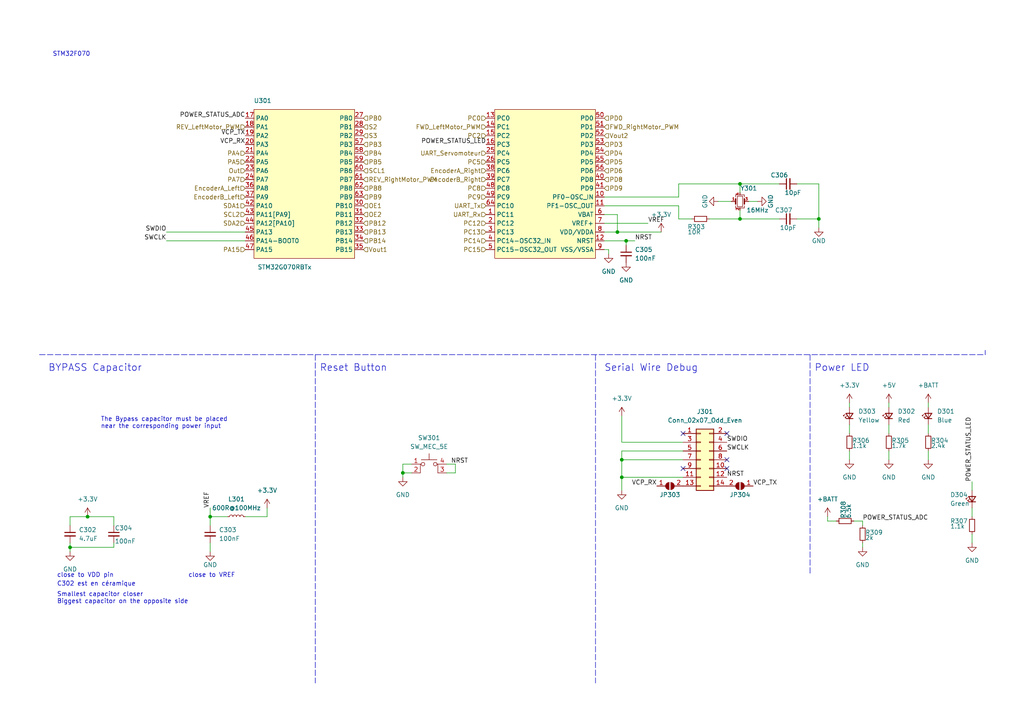
<source format=kicad_sch>
(kicad_sch (version 20211123) (generator eeschema)
  (paper "A4")
  (lib_symbols
    (symbol "Connector_Generic:Conn_02x07_Odd_Even" (pin_names (offset 1.016) hide)
      (property "Reference" "J" (at 1.27 10.16 0))
      (property "Value" "Conn_02x07_Odd_Even" (at 1.27 -10.16 0))
      (symbol "Conn_02x07_Odd_Even_1_1"
        (rectangle (start -1.27 -7.493) (end 0 -7.747) (stroke (width 0.1524)))
        (rectangle (start -1.27 -4.953) (end 0 -5.207) (stroke (width 0.1524)))
        (rectangle (start -1.27 -2.413) (end 0 -2.667) (stroke (width 0.1524)))
        (rectangle (start -1.27 0.127) (end 0 -0.127) (stroke (width 0.1524)))
        (rectangle (start -1.27 2.667) (end 0 2.413) (stroke (width 0.1524)))
        (rectangle (start -1.27 5.207) (end 0 4.953) (stroke (width 0.1524)))
        (rectangle (start -1.27 7.747) (end 0 7.493) (stroke (width 0.1524)))
        (rectangle (start -1.27 8.89) (end 3.81 -8.89) (stroke (width 0.254)) (fill (type background)))
        (rectangle (start 3.81 -7.493) (end 2.54 -7.747) (stroke (width 0.1524)))
        (rectangle (start 3.81 -4.953) (end 2.54 -5.207) (stroke (width 0.1524)))
        (rectangle (start 3.81 -2.413) (end 2.54 -2.667) (stroke (width 0.1524)))
        (rectangle (start 3.81 0.127) (end 2.54 -0.127) (stroke (width 0.1524)))
        (rectangle (start 3.81 2.667) (end 2.54 2.413) (stroke (width 0.1524)))
        (rectangle (start 3.81 5.207) (end 2.54 4.953) (stroke (width 0.1524)))
        (rectangle (start 3.81 7.747) (end 2.54 7.493) (stroke (width 0.1524)))
        (pin passive line (at -5.08 7.62 0) (length 3.81) (name "Pin_1") (number "1"))
        (pin passive line (at 7.62 -2.54 180) (length 3.81) (name "Pin_10") (number "10"))
        (pin passive line (at -5.08 -5.08 0) (length 3.81) (name "Pin_11") (number "11"))
        (pin passive line (at 7.62 -5.08 180) (length 3.81) (name "Pin_12") (number "12"))
        (pin passive line (at -5.08 -7.62 0) (length 3.81) (name "Pin_13") (number "13"))
        (pin passive line (at 7.62 -7.62 180) (length 3.81) (name "Pin_14") (number "14"))
        (pin passive line (at 7.62 7.62 180) (length 3.81) (name "Pin_2") (number "2"))
        (pin passive line (at -5.08 5.08 0) (length 3.81) (name "Pin_3") (number "3"))
        (pin passive line (at 7.62 5.08 180) (length 3.81) (name "Pin_4") (number "4"))
        (pin passive line (at -5.08 2.54 0) (length 3.81) (name "Pin_5") (number "5"))
        (pin passive line (at 7.62 2.54 180) (length 3.81) (name "Pin_6") (number "6"))
        (pin passive line (at -5.08 0 0) (length 3.81) (name "Pin_7") (number "7"))
        (pin passive line (at 7.62 0 180) (length 3.81) (name "Pin_8") (number "8"))
        (pin passive line (at -5.08 -2.54 0) (length 3.81) (name "Pin_9") (number "9"))
      )
    )
    (symbol "Device:C_Small" (pin_numbers hide) (pin_names (offset 0.254) hide)
      (property "Reference" "C" (at 0.254 1.778 0))
      (property "Value" "C_Small" (at 0.254 -2.032 0))
      (symbol "C_Small_0_1"
        (polyline (pts (xy -1.524 -0.508) (xy 1.524 -0.508)) (stroke (width 0.3302)))
        (polyline (pts (xy -1.524 0.508) (xy 1.524 0.508)) (stroke (width 0.3048)))
      )
      (symbol "C_Small_1_1"
        (pin passive line (at 0 2.54 270) (length 2.032) (name "~") (number "1"))
        (pin passive line (at 0 -2.54 90) (length 2.032) (name "~") (number "2"))
      )
    )
    (symbol "Device:Crystal_GND24_Small" (pin_names (offset 1.016) hide)
      (property "Reference" "Y" (at 1.27 4.445 0))
      (property "Value" "Crystal_GND24_Small" (at 1.27 2.54 0))
      (symbol "Crystal_GND24_Small_0_1"
        (rectangle (start -0.762 -1.524) (end 0.762 1.524))
        (polyline (pts (xy -1.27 -0.762) (xy -1.27 0.762)) (stroke (width 0.381)))
        (polyline (pts (xy 1.27 -0.762) (xy 1.27 0.762)) (stroke (width 0.381)))
        (polyline (pts (xy -1.27 -1.27) (xy -1.27 -1.905) (xy 1.27 -1.905) (xy 1.27 -1.27)))
        (polyline (pts (xy -1.27 1.27) (xy -1.27 1.905) (xy 1.27 1.905) (xy 1.27 1.27)))
      )
      (symbol "Crystal_GND24_Small_1_1"
        (pin passive line (at -2.54 0 0) (length 1.27) (name "1") (number "1"))
        (pin passive line (at 0 -2.54 90) (length 0.635) (name "2") (number "2"))
        (pin passive line (at 2.54 0 180) (length 1.27) (name "3") (number "3"))
        (pin passive line (at 0 2.54 270) (length 0.635) (name "4") (number "4"))
      )
    )
    (symbol "Device:LED_Small" (pin_numbers hide) (pin_names (offset 0.254) hide)
      (property "Reference" "D" (at -1.27 3.175 0))
      (property "Value" "LED_Small" (at -4.445 -2.54 0))
      (symbol "LED_Small_0_1"
        (polyline (pts (xy -0.762 -1.016) (xy -0.762 1.016)) (stroke (width 0.254)))
        (polyline (pts (xy 1.016 0) (xy -0.762 0)))
        (polyline (pts (xy 0.762 -1.016) (xy -0.762 0) (xy 0.762 1.016) (xy 0.762 -1.016)) (stroke (width 0.254)))
        (polyline (pts (xy 0 0.762) (xy -0.508 1.27) (xy -0.254 1.27) (xy -0.508 1.27) (xy -0.508 1.016)))
        (polyline (pts (xy 0.508 1.27) (xy 0 1.778) (xy 0.254 1.778) (xy 0 1.778) (xy 0 1.524)))
      )
      (symbol "LED_Small_1_1"
        (pin passive line (at -2.54 0 0) (length 1.778) (name "K") (number "1"))
        (pin passive line (at 2.54 0 180) (length 1.778) (name "A") (number "2"))
      )
    )
    (symbol "Device:L_Small" (pin_numbers hide) (pin_names (offset 0.254) hide)
      (property "Reference" "L" (at 0.762 1.016 0))
      (property "Value" "L_Small" (at 0.762 -1.016 0))
      (symbol "L_Small_0_1"
        (arc (start 0 -2.032) (mid 0.508 -1.524) (end 0 -1.016))
        (arc (start 0 -1.016) (mid 0.508 -0.508) (end 0 0))
        (arc (start 0 0) (mid 0.508 0.508) (end 0 1.016))
        (arc (start 0 1.016) (mid 0.508 1.524) (end 0 2.032))
      )
      (symbol "L_Small_1_1"
        (pin passive line (at 0 2.54 270) (length 0.508) (name "~") (number "1"))
        (pin passive line (at 0 -2.54 90) (length 0.508) (name "~") (number "2"))
      )
    )
    (symbol "Device:R_Small" (pin_numbers hide) (pin_names (offset 0.254) hide)
      (property "Reference" "R" (at 0.762 0.508 0))
      (property "Value" "R_Small" (at 0.762 -1.016 0))
      (symbol "R_Small_0_1"
        (rectangle (start -0.762 1.778) (end 0.762 -1.778) (stroke (width 0.2032)))
      )
      (symbol "R_Small_1_1"
        (pin passive line (at 0 2.54 270) (length 0.762) (name "~") (number "1"))
        (pin passive line (at 0 -2.54 90) (length 0.762) (name "~") (number "2"))
      )
    )
    (symbol "Jumper:SolderJumper_2_Open" (pin_names (offset 0) hide)
      (property "Reference" "JP" (at 0 2.032 0))
      (property "Value" "SolderJumper_2_Open" (at 0 -2.54 0))
      (symbol "SolderJumper_2_Open_0_1"
        (arc (start -0.254 1.016) (mid -1.27 0) (end -0.254 -1.016))
        (arc (start -0.254 1.016) (mid -1.27 0) (end -0.254 -1.016) (fill (type outline)))
        (polyline (pts (xy -0.254 1.016) (xy -0.254 -1.016)))
        (polyline (pts (xy 0.254 1.016) (xy 0.254 -1.016)))
        (arc (start 0.254 -1.016) (mid 1.27 0) (end 0.254 1.016))
        (arc (start 0.254 -1.016) (mid 1.27 0) (end 0.254 1.016) (fill (type outline)))
      )
      (symbol "SolderJumper_2_Open_1_1"
        (pin passive line (at -3.81 0 0) (length 2.54) (name "A") (number "1"))
        (pin passive line (at 3.81 0 180) (length 2.54) (name "B") (number "2"))
      )
    )
    (symbol "STM32G070RBTx:STM32G070RBTx"
      (property "Reference" "U" (at -48.26 22.86 0))
      (property "Value" "STM32G070RBTx" (at -41.91 -25.4 0))
      (symbol "STM32G070RBTx_0_1"
        (rectangle (start -49.53 20.32) (end -20.32 -22.86) (fill (type background)))
        (rectangle (start 20.32 20.32) (end 49.53 -22.86) (fill (type background)))
      )
      (symbol "STM32G070RBTx_1_1"
        (pin bidirectional line (at 17.78 -10.16 0) (length 2.54) (name "PC11") (number "1"))
        (pin bidirectional line (at 52.07 -5.08 180) (length 2.54) (name "PF0-OSC_IN") (number "10"))
        (pin bidirectional line (at 52.07 -7.62 180) (length 2.54) (name "PF1-OSC_OUT") (number "11"))
        (pin bidirectional line (at 52.07 -17.78 180) (length 2.54) (name "NRST") (number "12"))
        (pin bidirectional line (at 17.78 17.78 0) (length 2.54) (name "PC0") (number "13"))
        (pin bidirectional line (at 17.78 15.24 0) (length 2.54) (name "PC1") (number "14"))
        (pin bidirectional line (at 17.78 12.7 0) (length 2.54) (name "PC2") (number "15"))
        (pin bidirectional line (at 17.78 10.16 0) (length 2.54) (name "PC3") (number "16"))
        (pin bidirectional line (at -52.07 17.78 0) (length 2.54) (name "PA0") (number "17"))
        (pin bidirectional line (at -52.07 15.24 0) (length 2.54) (name "PA1") (number "18"))
        (pin bidirectional line (at -52.07 12.7 0) (length 2.54) (name "PA2") (number "19"))
        (pin bidirectional line (at 17.78 -12.7 0) (length 2.54) (name "PC12") (number "2"))
        (pin bidirectional line (at -52.07 10.16 0) (length 2.54) (name "PA3") (number "20"))
        (pin bidirectional line (at -52.07 7.62 0) (length 2.54) (name "PA4") (number "21"))
        (pin bidirectional line (at -52.07 5.08 0) (length 2.54) (name "PA5") (number "22"))
        (pin bidirectional line (at -52.07 2.54 0) (length 2.54) (name "PA6") (number "23"))
        (pin bidirectional line (at -52.07 0 0) (length 2.54) (name "PA7") (number "24"))
        (pin bidirectional line (at 17.78 7.62 0) (length 2.54) (name "PC4") (number "25"))
        (pin bidirectional line (at 17.78 5.08 0) (length 2.54) (name "PC5") (number "26"))
        (pin bidirectional line (at -17.78 17.78 180) (length 2.54) (name "PB0") (number "27"))
        (pin bidirectional line (at -17.78 15.24 180) (length 2.54) (name "PB1") (number "28"))
        (pin bidirectional line (at -17.78 12.7 180) (length 2.54) (name "PB2") (number "29"))
        (pin bidirectional line (at 17.78 -15.24 0) (length 2.54) (name "PC13") (number "3"))
        (pin bidirectional line (at -17.78 -7.62 180) (length 2.54) (name "PB10") (number "30"))
        (pin bidirectional line (at -17.78 -10.16 180) (length 2.54) (name "PB11") (number "31"))
        (pin bidirectional line (at -17.78 -12.7 180) (length 2.54) (name "PB12") (number "32"))
        (pin bidirectional line (at -17.78 -15.24 180) (length 2.54) (name "PB13") (number "33"))
        (pin bidirectional line (at -17.78 -17.78 180) (length 2.54) (name "PB14") (number "34"))
        (pin bidirectional line (at -17.78 -20.32 180) (length 2.54) (name "PB15") (number "35"))
        (pin bidirectional line (at -52.07 -2.54 0) (length 2.54) (name "PA8") (number "36"))
        (pin bidirectional line (at -52.07 -5.08 0) (length 2.54) (name "PA9") (number "37"))
        (pin bidirectional line (at 17.78 2.54 0) (length 2.54) (name "PC6") (number "38"))
        (pin bidirectional line (at 17.78 0 0) (length 2.54) (name "PC7") (number "39"))
        (pin bidirectional line (at 17.78 -17.78 0) (length 2.54) (name "PC14-OSC32_IN") (number "4"))
        (pin bidirectional line (at 52.07 0 180) (length 2.54) (name "PD8") (number "40"))
        (pin bidirectional line (at 52.07 -2.54 180) (length 2.54) (name "PD9") (number "41"))
        (pin bidirectional line (at -52.07 -7.62 0) (length 2.54) (name "PA10") (number "42"))
        (pin bidirectional line (at -52.07 -10.16 0) (length 2.54) (name "PA11[PA9]") (number "43"))
        (pin bidirectional line (at -52.07 -12.7 0) (length 2.54) (name "PA12[PA10]") (number "44"))
        (pin bidirectional line (at -52.07 -15.24 0) (length 2.54) (name "PA13") (number "45"))
        (pin bidirectional line (at -52.07 -17.78 0) (length 2.54) (name "PA14-BOOT0") (number "46"))
        (pin bidirectional line (at -52.07 -20.32 0) (length 2.54) (name "PA15") (number "47"))
        (pin bidirectional line (at 17.78 -2.54 0) (length 2.54) (name "PC8") (number "48"))
        (pin bidirectional line (at 17.78 -5.08 0) (length 2.54) (name "PC9") (number "49"))
        (pin bidirectional line (at 17.78 -20.32 0) (length 2.54) (name "PC15-OSC32_OUT") (number "5"))
        (pin bidirectional line (at 52.07 17.78 180) (length 2.54) (name "PD0") (number "50"))
        (pin bidirectional line (at 52.07 15.24 180) (length 2.54) (name "PD1") (number "51"))
        (pin bidirectional line (at 52.07 12.7 180) (length 2.54) (name "PD2") (number "52"))
        (pin bidirectional line (at 52.07 10.16 180) (length 2.54) (name "PD3") (number "53"))
        (pin bidirectional line (at 52.07 7.62 180) (length 2.54) (name "PD4") (number "54"))
        (pin bidirectional line (at 52.07 5.08 180) (length 2.54) (name "PD5") (number "55"))
        (pin bidirectional line (at 52.07 2.54 180) (length 2.54) (name "PD6") (number "56"))
        (pin bidirectional line (at -17.78 10.16 180) (length 2.54) (name "PB3") (number "57"))
        (pin bidirectional line (at -17.78 7.62 180) (length 2.54) (name "PB4") (number "58"))
        (pin bidirectional line (at -17.78 5.08 180) (length 2.54) (name "PB5") (number "59"))
        (pin power_in line (at 52.07 -10.16 180) (length 2.54) (name "VBAT") (number "6"))
        (pin bidirectional line (at -17.78 2.54 180) (length 2.54) (name "PB6") (number "60"))
        (pin bidirectional line (at -17.78 0 180) (length 2.54) (name "PB7") (number "61"))
        (pin bidirectional line (at -17.78 -2.54 180) (length 2.54) (name "PB8") (number "62"))
        (pin bidirectional line (at -17.78 -5.08 180) (length 2.54) (name "PB9") (number "63"))
        (pin bidirectional line (at 17.78 -7.62 0) (length 2.54) (name "PC10") (number "64"))
        (pin power_in line (at 52.07 -12.7 180) (length 2.54) (name "VREF+") (number "7"))
        (pin power_in line (at 52.07 -15.24 180) (length 2.54) (name "VDD/VDDA") (number "8"))
        (pin power_in line (at 52.07 -20.32 180) (length 2.54) (name "VSS/VSSA") (number "9"))
      )
    )
    (symbol "Switch:SW_MEC_5E" (pin_names (offset 1.016) hide)
      (property "Reference" "SW" (at 0.635 5.715 0))
      (property "Value" "SW_MEC_5E" (at 0 -3.175 0))
      (symbol "SW_MEC_5E_0_1"
        (circle (center -1.778 2.54) (radius 0.508))
        (polyline (pts (xy -2.286 3.81) (xy 2.286 3.81)))
        (polyline (pts (xy 0 3.81) (xy 0 5.588)))
        (polyline (pts (xy -2.54 0) (xy -2.54 2.54) (xy -2.286 2.54)))
        (polyline (pts (xy 2.54 0) (xy 2.54 2.54) (xy 2.286 2.54)))
        (circle (center 1.778 2.54) (radius 0.508))
        (pin passive line (at -5.08 2.54 0) (length 2.54) (name "1") (number "1"))
        (pin passive line (at -5.08 0 0) (length 2.54) (name "2") (number "2"))
        (pin passive line (at 5.08 0 180) (length 2.54) (name "K") (number "3"))
        (pin passive line (at 5.08 2.54 180) (length 2.54) (name "A") (number "4"))
      )
    )
    (symbol "power:+3.3V" (power) (pin_names (offset 0))
      (property "Value" "+3.3V" (at 0 3.556 0))
      (symbol "+3.3V_0_1"
        (polyline (pts (xy -0.762 1.27) (xy 0 2.54)))
        (polyline (pts (xy 0 0) (xy 0 2.54)))
        (polyline (pts (xy 0 2.54) (xy 0.762 1.27)))
      )
      (symbol "+3.3V_1_1"
        (pin power_in line (at 0 0 90) (length 0) hide (name "+3.3V") (number "1"))
      )
    )
    (symbol "power:+5V" (power) (pin_names (offset 0))
      (property "Value" "+5V" (at 0 3.556 0))
      (symbol "+5V_0_1"
        (polyline (pts (xy -0.762 1.27) (xy 0 2.54)))
        (polyline (pts (xy 0 0) (xy 0 2.54)))
        (polyline (pts (xy 0 2.54) (xy 0.762 1.27)))
      )
      (symbol "+5V_1_1"
        (pin power_in line (at 0 0 90) (length 0) hide (name "+5V") (number "1"))
      )
    )
    (symbol "power:+BATT" (power) (pin_names (offset 0))
      (property "Value" "+BATT" (at 0 3.556 0))
      (symbol "+BATT_0_1"
        (polyline (pts (xy -0.762 1.27) (xy 0 2.54)))
        (polyline (pts (xy 0 0) (xy 0 2.54)))
        (polyline (pts (xy 0 2.54) (xy 0.762 1.27)))
      )
      (symbol "+BATT_1_1"
        (pin power_in line (at 0 0 90) (length 0) hide (name "+BATT") (number "1"))
      )
    )
    (symbol "power:GND" (power) (pin_names (offset 0))
      (property "Value" "GND" (at 0 -3.81 0))
      (symbol "GND_0_1"
        (polyline (pts (xy 0 0) (xy 0 -1.27) (xy 1.27 -1.27) (xy 0 -2.54) (xy -1.27 -1.27) (xy 0 -1.27)))
      )
      (symbol "GND_1_1"
        (pin power_in line (at 0 0 270) (length 0) hide (name "GND") (number "1"))
      )
    )
  )
  (junction (at 237.49 63.5))
  (junction (at 116.84 137.16))
  (junction (at 214.63 63.5))
  (junction (at 180.34 138.43))
  (junction (at 20.32 158.75))
  (junction (at 214.63 53.34))
  (junction (at 60.96 149.86))
  (junction (at 181.61 69.85))
  (junction (at 180.34 133.35))
  (junction (at 179.07 67.31))
  (junction (at 25.4 149.86))
  (no_connect (at 210.82 133.35))
  (no_connect (at 198.12 135.89))
  (no_connect (at 198.12 125.73))
  (no_connect (at 210.82 125.73))
  (no_connect (at 210.82 135.89))
  (wire (pts (xy 231.14 53.34) (xy 237.49 53.34)))
  (wire (pts (xy 20.32 149.86) (xy 20.32 152.4)))
  (polyline (pts (xy 285.75 101.6) (xy 285.75 102.87)))
  (polyline (pts (xy 172.72 102.87) (xy 172.72 198.12)))
  (wire (pts (xy 60.96 157.48) (xy 60.96 160.02)))
  (wire (pts (xy 198.12 138.43) (xy 180.34 138.43)))
  (wire (pts (xy 281.94 147.32) (xy 281.94 149.86)))
  (wire (pts (xy 246.38 123.19) (xy 246.38 125.73)))
  (wire (pts (xy 242.57 151.13) (xy 240.03 151.13)))
  (wire (pts (xy 180.34 133.35) (xy 180.34 138.43)))
  (wire (pts (xy 237.49 63.5) (xy 237.49 66.04)))
  (wire (pts (xy 132.08 137.16) (xy 129.54 137.16)))
  (wire (pts (xy 257.81 123.19) (xy 257.81 125.73)))
  (wire (pts (xy 180.34 130.81) (xy 180.34 133.35)))
  (wire (pts (xy 208.28 58.42) (xy 212.09 58.42)))
  (wire (pts (xy 33.02 158.75) (xy 20.32 158.75)))
  (polyline (pts (xy 234.95 102.87) (xy 234.95 166.37)))
  (wire (pts (xy 196.85 53.34) (xy 214.63 53.34)))
  (wire (pts (xy 175.26 59.69) (xy 196.85 59.69)))
  (wire (pts (xy 214.63 60.96) (xy 214.63 63.5)))
  (wire (pts (xy 240.03 151.13) (xy 240.03 149.86)))
  (wire (pts (xy 281.94 139.7) (xy 281.94 142.24)))
  (wire (pts (xy 119.38 134.62) (xy 116.84 134.62)))
  (wire (pts (xy 281.94 154.94) (xy 281.94 157.48)))
  (wire (pts (xy 250.19 151.13) (xy 250.19 152.4)))
  (wire (pts (xy 175.26 67.31) (xy 179.07 67.31)))
  (wire (pts (xy 214.63 63.5) (xy 226.06 63.5)))
  (wire (pts (xy 257.81 130.81) (xy 257.81 133.35)))
  (wire (pts (xy 269.24 130.81) (xy 269.24 133.35)))
  (polyline (pts (xy 11.43 102.87) (xy 285.75 102.87)))
  (wire (pts (xy 48.26 69.85) (xy 71.12 69.85)))
  (wire (pts (xy 77.47 147.32) (xy 77.47 149.86)))
  (wire (pts (xy 196.85 59.69) (xy 196.85 63.5)))
  (wire (pts (xy 176.53 72.39) (xy 176.53 73.66)))
  (wire (pts (xy 198.12 133.35) (xy 180.34 133.35)))
  (wire (pts (xy 237.49 53.34) (xy 237.49 63.5)))
  (wire (pts (xy 116.84 138.43) (xy 116.84 137.16)))
  (wire (pts (xy 269.24 123.19) (xy 269.24 125.73)))
  (wire (pts (xy 60.96 147.32) (xy 60.96 149.86)))
  (wire (pts (xy 132.08 134.62) (xy 132.08 137.16)))
  (wire (pts (xy 33.02 152.4) (xy 33.02 149.86)))
  (wire (pts (xy 181.61 69.85) (xy 184.15 69.85)))
  (wire (pts (xy 71.12 149.86) (xy 77.47 149.86)))
  (wire (pts (xy 20.32 157.48) (xy 20.32 158.75)))
  (wire (pts (xy 33.02 157.48) (xy 33.02 158.75)))
  (wire (pts (xy 257.81 116.84) (xy 257.81 118.11)))
  (wire (pts (xy 246.38 130.81) (xy 246.38 133.35)))
  (wire (pts (xy 48.26 67.31) (xy 71.12 67.31)))
  (wire (pts (xy 175.26 64.77) (xy 187.96 64.77)))
  (wire (pts (xy 180.34 128.27) (xy 180.34 120.65)))
  (polyline (pts (xy 91.44 102.87) (xy 91.44 198.12)))
  (wire (pts (xy 175.26 72.39) (xy 176.53 72.39)))
  (wire (pts (xy 231.14 63.5) (xy 237.49 63.5)))
  (wire (pts (xy 196.85 57.15) (xy 196.85 53.34)))
  (wire (pts (xy 246.38 116.84) (xy 246.38 118.11)))
  (wire (pts (xy 217.17 58.42) (xy 219.71 58.42)))
  (wire (pts (xy 180.34 138.43) (xy 180.34 142.24)))
  (wire (pts (xy 250.19 157.48) (xy 250.19 158.75)))
  (wire (pts (xy 269.24 116.84) (xy 269.24 118.11)))
  (wire (pts (xy 20.32 158.75) (xy 20.32 160.02)))
  (wire (pts (xy 205.74 63.5) (xy 214.63 63.5)))
  (wire (pts (xy 60.96 149.86) (xy 66.04 149.86)))
  (wire (pts (xy 175.26 62.23) (xy 179.07 62.23)))
  (wire (pts (xy 200.66 63.5) (xy 196.85 63.5)))
  (wire (pts (xy 198.12 128.27) (xy 180.34 128.27)))
  (wire (pts (xy 198.12 130.81) (xy 180.34 130.81)))
  (wire (pts (xy 214.63 53.34) (xy 226.06 53.34)))
  (wire (pts (xy 60.96 149.86) (xy 60.96 152.4)))
  (wire (pts (xy 179.07 67.31) (xy 191.77 67.31)))
  (wire (pts (xy 129.54 134.62) (xy 132.08 134.62)))
  (wire (pts (xy 33.02 149.86) (xy 25.4 149.86)))
  (wire (pts (xy 247.65 151.13) (xy 250.19 151.13)))
  (wire (pts (xy 179.07 62.23) (xy 179.07 67.31)))
  (wire (pts (xy 175.26 69.85) (xy 181.61 69.85)))
  (wire (pts (xy 116.84 134.62) (xy 116.84 137.16)))
  (wire (pts (xy 181.61 69.85) (xy 181.61 71.12)))
  (wire (pts (xy 175.26 57.15) (xy 196.85 57.15)))
  (wire (pts (xy 25.4 149.86) (xy 20.32 149.86)))
  (wire (pts (xy 214.63 55.88) (xy 214.63 53.34)))
  (wire (pts (xy 116.84 137.16) (xy 119.38 137.16)))
  (text "close to VREF" (at 54.61 167.64 0) (effects (font (size 1.27 1.27)) (justify left bottom)))
  (text "close to VDD pin" (at 16.51 167.64 0) (effects (font (size 1.27 1.27)) (justify left bottom)))
  (text "C302 est en céramique" (at 16.51 170.18 0) (effects (font (size 1.27 1.27)) (justify left bottom)))
  (text "BYPASS Capacitor" (at 13.97 107.95 0) (effects (font (size 2 2)) (justify left bottom)))
  (text "STM32F070" (at 15.24 16.51 0) (effects (font (size 1.27 1.27)) (justify left bottom)))
  (text "Smallest capacitor closer\nBiggest capacitor on the opposite side" (at 16.51 175.26 0) (effects (font (size 1.27 1.27)) (justify left bottom)))
  (text "The Bypass capacitor must be placed \nnear the corresponding power input" (at 29.21 124.46 0) (effects (font (size 1.27 1.27)) (justify left bottom)))
  (text "Serial Wire Debug" (at 175.26 107.95 0) (effects (font (size 2 2)) (justify left bottom)))
  (text "Reset Button" (at 92.71 107.95 0) (effects (font (size 2 2)) (justify left bottom)))
  (text "Power LED" (at 236.22 107.95 0) (effects (font (size 2 2)) (justify left bottom)))
  (label "VCP_RX" (at 71.12 41.91 180))
  (label "SWDIO" (at 48.26 67.31 180))
  (label "POWER_STATUS_ADC" (at 250.19 151.13 0))
  (label "VREF" (at 60.96 147.32 90))
  (label "SWCLK" (at 210.82 130.81 0))
  (label "SWCLK" (at 48.26 69.85 180))
  (label "VCP_TX" (at 218.44 140.97 0))
  (label "NRST" (at 130.81 134.62 0))
  (label "NRST" (at 184.15 69.85 0))
  (label "VREF" (at 187.96 64.77 0))
  (label "VCP_TX" (at 71.12 39.37 180))
  (label "POWER_STATUS_LED" (at 140.97 41.91 180))
  (label "POWER_STATUS_ADC" (at 71.12 34.29 180))
  (label "VCP_RX" (at 190.5 140.97 180))
  (label "NRST" (at 210.82 138.43 0))
  (label "SWDIO" (at 210.82 128.27 0))
  (label "POWER_STATUS_LED" (at 281.94 139.7 90))
  (hierarchical_label "REV_LeftMotor_PWM" (shape input) (at 71.12 36.83 180))
  (hierarchical_label "PD3" (shape input) (at 175.26 41.91 0))
  (hierarchical_label "PA15" (shape input) (at 71.12 72.39 180))
  (hierarchical_label "PD4" (shape input) (at 175.26 44.45 0))
  (hierarchical_label "PA5" (shape input) (at 71.12 46.99 180))
  (hierarchical_label "UART_Rx" (shape input) (at 140.97 62.23 180))
  (hierarchical_label "Vout2" (shape input) (at 175.26 39.37 0))
  (hierarchical_label "EncoderB_Left" (shape input) (at 71.12 57.15 180))
  (hierarchical_label "PB9" (shape input) (at 105.41 57.15 0))
  (hierarchical_label "EncoderA_Right" (shape input) (at 140.97 49.53 180))
  (hierarchical_label "OE1" (shape input) (at 105.41 59.69 0))
  (hierarchical_label "PB13" (shape input) (at 105.41 67.31 0))
  (hierarchical_label "PC13" (shape input) (at 140.97 67.31 180))
  (hierarchical_label "PB0" (shape input) (at 105.41 34.29 0))
  (hierarchical_label "PC14" (shape input) (at 140.97 69.85 180))
  (hierarchical_label "PB8" (shape input) (at 105.41 54.61 0))
  (hierarchical_label "UART_Tx" (shape input) (at 140.97 59.69 180))
  (hierarchical_label "PC5" (shape input) (at 140.97 46.99 180))
  (hierarchical_label "Out" (shape input) (at 71.12 49.53 180))
  (hierarchical_label "FWD_RightMotor_PWM" (shape input) (at 175.26 36.83 0))
  (hierarchical_label "PC15" (shape input) (at 140.97 72.39 180))
  (hierarchical_label "SCL2" (shape input) (at 71.12 62.23 180))
  (hierarchical_label "PD9" (shape input) (at 175.26 54.61 0))
  (hierarchical_label "PB14" (shape input) (at 105.41 69.85 0))
  (hierarchical_label "PC9" (shape input) (at 140.97 57.15 180))
  (hierarchical_label "PB4" (shape input) (at 105.41 44.45 0))
  (hierarchical_label "PC2" (shape input) (at 140.97 39.37 180))
  (hierarchical_label "FWD_LeftMotor_PWM" (shape input) (at 140.97 36.83 180))
  (hierarchical_label "SDA2" (shape input) (at 71.12 64.77 180))
  (hierarchical_label "Vout1" (shape input) (at 105.41 72.39 0))
  (hierarchical_label "PD5" (shape input) (at 175.26 46.99 0))
  (hierarchical_label "EncoderB_Right" (shape input) (at 140.97 52.07 180))
  (hierarchical_label "EncoderA_Left" (shape input) (at 71.12 54.61 180))
  (hierarchical_label "SDA1" (shape input) (at 71.12 59.69 180))
  (hierarchical_label "OE2" (shape input) (at 105.41 62.23 0))
  (hierarchical_label "PB5" (shape input) (at 105.41 46.99 0))
  (hierarchical_label "S3" (shape input) (at 105.41 39.37 0))
  (hierarchical_label "REV_RightMotor_PWM" (shape input) (at 105.41 52.07 0))
  (hierarchical_label "PC8" (shape input) (at 140.97 54.61 180))
  (hierarchical_label "PC12" (shape input) (at 140.97 64.77 180))
  (hierarchical_label "PD0" (shape input) (at 175.26 34.29 0))
  (hierarchical_label "PA7" (shape input) (at 71.12 52.07 180))
  (hierarchical_label "S2" (shape input) (at 105.41 36.83 0))
  (hierarchical_label "SCL1" (shape input) (at 105.41 49.53 0))
  (hierarchical_label "PB12" (shape input) (at 105.41 64.77 0))
  (hierarchical_label "UART_Servomoteur" (shape input) (at 140.97 44.45 180))
  (hierarchical_label "PD8" (shape input) (at 175.26 52.07 0))
  (hierarchical_label "PD6" (shape input) (at 175.26 49.53 0))
  (hierarchical_label "PC0" (shape input) (at 140.97 34.29 180))
  (hierarchical_label "PB3" (shape input) (at 105.41 41.91 0))
  (hierarchical_label "PA4" (shape input) (at 71.12 44.45 180))
  (symbol (lib_id "power:GND") (at 219.71 58.42 90) (unit 1)
    (property "Reference" "#PWR0317" (effects hide))
    (property "Value" "GND" (at 223.52 58.42 0))
  )
  (symbol (lib_id "Device:R_Small") (at 281.94 152.4 0) (unit 1)
    (property "Reference" "R307" (at 275.59 151.13 0) (effects (justify left)))
    (property "Value" "1.1k" (at 275.59 152.654 0) (effects (justify left)))
    (property "Footprint" "Resistor_SMD:R_0603_1608Metric_Pad0.98x0.95mm_HandSolder" (effects hide))
  )
  (symbol (lib_id "power:GND") (at 20.32 160.02 0) (unit 1)
    (property "Reference" "#PWR0306" (effects hide))
    (property "Value" "GND" (at 20.32 165.1 0))
  )
  (symbol (lib_id "power:GND") (at 181.61 76.2 0) (unit 1)
    (property "Reference" "#PWR0314" (effects hide))
    (property "Value" "GND" (at 181.61 81.28 0))
  )
  (symbol (lib_id "Device:R_Small") (at 203.2 63.5 270) (unit 1)
    (property "Reference" "R303" (at 199.39 65.786 90) (effects (justify left)))
    (property "Value" "10R" (at 199.39 67.31 90) (effects (justify left)))
    (property "Footprint" "Resistor_SMD:R_0603_1608Metric_Pad0.98x0.95mm_HandSolder" (effects hide))
  )
  (symbol (lib_id "power:GND") (at 208.28 58.42 270) (unit 1)
    (property "Reference" "#PWR0316" (effects hide))
    (property "Value" "GND" (at 204.47 58.42 0))
  )
  (symbol (lib_id "power:+BATT") (at 240.03 149.86 0) (unit 1)
    (property "Reference" "#PWR0319" (effects hide))
    (property "Value" "+BATT" (at 240.03 144.78 0))
  )
  (symbol (lib_id "power:GND") (at 246.38 133.35 0) (unit 1)
    (property "Reference" "#PWR0321" (effects hide))
    (property "Value" "GND" (at 246.38 138.43 0))
  )
  (symbol (lib_id "Device:L_Small") (at 68.58 149.86 90) (unit 1)
    (property "Reference" "L301" (at 68.58 144.78 90))
    (property "Value" "600R@100MHz" (at 68.58 147.32 90))
    (property "Footprint" "Inductor_SMD:L_0805_2012Metric_Pad1.05x1.20mm_HandSolder" (effects hide))
  )
  (symbol (lib_id "Device:LED_Small") (at 281.94 144.78 90) (unit 1)
    (property "Reference" "D304" (at 275.59 143.51 90) (effects (justify right)))
    (property "Value" "Green" (at 275.59 146.05 90) (effects (justify right)))
    (property "Footprint" "LED_SMD:LED_0603_1608Metric_Pad1.05x0.95mm_HandSolder" (effects hide))
  )
  (symbol (lib_id "Device:R_Small") (at 250.19 154.94 0) (unit 1)
    (property "Reference" "R309" (at 250.952 154.432 0) (effects (justify left)))
    (property "Value" "2k" (at 250.952 155.956 0) (effects (justify left)))
    (property "Footprint" "Resistor_SMD:R_0603_1608Metric_Pad0.98x0.95mm_HandSolder" (effects hide))
  )
  (symbol (lib_id "Device:R_Small") (at 269.24 128.27 0) (unit 1)
    (property "Reference" "R304" (at 270.002 127.762 0) (effects (justify left)))
    (property "Value" "2.4k" (at 270.002 129.286 0) (effects (justify left)))
    (property "Footprint" "Resistor_SMD:R_0603_1608Metric_Pad0.98x0.95mm_HandSolder" (effects hide))
  )
  (symbol (lib_id "power:+3.3V") (at 246.38 116.84 0) (unit 1)
    (property "Reference" "#PWR0320" (effects hide))
    (property "Value" "+3.3V" (at 246.38 111.76 0))
  )
  (symbol (lib_id "Device:C_Small") (at 20.32 154.94 0) (unit 1)
    (property "Reference" "C302" (at 22.86 153.6762 0) (effects (justify left)))
    (property "Value" "4.7uF" (at 22.86 156.2162 0) (effects (justify left)))
    (property "Footprint" "Capacitor_SMD:C_0603_1608Metric_Pad1.08x0.95mm_HandSolder" (effects hide))
  )
  (symbol (lib_id "power:GND") (at 176.53 73.66 0) (unit 1)
    (property "Reference" "#PWR0310" (effects hide))
    (property "Value" "GND" (at 176.53 78.74 0))
  )
  (symbol (lib_id "power:+3.3V") (at 25.4 149.86 0) (unit 1)
    (property "Reference" "#PWR0305" (effects hide))
    (property "Value" "+3.3V" (at 25.4 144.78 0))
  )
  (symbol (lib_id "Switch:SW_MEC_5E") (at 124.46 137.16 0) (unit 1)
    (property "Reference" "SW301" (at 124.46 127 0))
    (property "Value" "SW_MEC_5E" (at 124.46 129.54 0))
    (property "Footprint" "kicad:SWITCH_43SMTR92LFS" (effects hide))
    (property "Datasheet" "http://www.apem.com/int/index.php?controller=attachment&id_attachment=1371" (effects hide))
  )
  (symbol (lib_id "Device:C_Small") (at 228.6 53.34 90) (unit 1)
    (property "Reference" "C306" (at 228.6 50.8 90) (effects (justify left)))
    (property "Value" "10pF" (at 232.41 55.88 90) (effects (justify left)))
    (property "Footprint" "Capacitor_SMD:C_0603_1608Metric_Pad1.08x0.95mm_HandSolder" (effects hide))
  )
  (symbol (lib_id "Device:Crystal_GND24_Small") (at 214.63 58.42 0) (unit 1)
    (property "Reference" "Y301" (at 217.17 54.61 0))
    (property "Value" "16MHz" (at 219.71 60.96 0))
    (property "Footprint" "Crystal:Crystal_SMD_EuroQuartz_MT-4Pin_3.2x2.5mm" (effects hide))
  )
  (symbol (lib_id "power:GND") (at 257.81 133.35 0) (unit 1)
    (property "Reference" "#PWR0324" (effects hide))
    (property "Value" "GND" (at 257.81 138.43 0))
  )
  (symbol (lib_id "STM32G070RBTx:STM32G070RBTx") (at 123.19 52.07 0) (unit 1)
    (property "Reference" "U301" (at 76.2 29.21 0))
    (property "Value" "STM32G070RBTx" (at 82.55 77.47 0))
    (property "Footprint" "kicad:QFP50P1200X1200X160-64N" (effects hide))
  )
  (symbol (lib_id "Device:R_Small") (at 246.38 128.27 0) (unit 1)
    (property "Reference" "R306" (at 247.142 127.762 0) (effects (justify left)))
    (property "Value" "1.1k" (at 247.142 129.286 0) (effects (justify left)))
    (property "Footprint" "Resistor_SMD:R_0603_1608Metric_Pad0.98x0.95mm_HandSolder" (effects hide))
  )
  (symbol (lib_id "power:GND") (at 269.24 133.35 0) (unit 1)
    (property "Reference" "#PWR0327" (effects hide))
    (property "Value" "GND" (at 269.24 138.43 0))
  )
  (symbol (lib_id "power:GND") (at 180.34 142.24 0) (unit 1)
    (property "Reference" "#PWR0312" (effects hide))
    (property "Value" "GND" (at 180.34 147.32 0))
  )
  (symbol (lib_id "power:GND") (at 237.49 66.04 0) (unit 1)
    (property "Reference" "#PWR0318" (effects hide))
    (property "Value" "GND" (at 237.49 69.85 0))
  )
  (symbol (lib_id "power:+BATT") (at 269.24 116.84 0) (unit 1)
    (property "Reference" "#PWR0326" (effects hide))
    (property "Value" "+BATT" (at 269.24 111.76 0))
  )
  (symbol (lib_id "power:+3.3V") (at 191.77 67.31 0) (unit 1)
    (property "Reference" "#PWR0313" (effects hide))
    (property "Value" "+3.3V" (at 191.77 62.23 0))
  )
  (symbol (lib_id "Device:C_Small") (at 228.6 63.5 90) (unit 1)
    (property "Reference" "C307" (at 227.33 60.96 90))
    (property "Value" "10pF" (at 228.6 66.04 90))
    (property "Footprint" "Capacitor_SMD:C_0603_1608Metric_Pad1.08x0.95mm_HandSolder" (effects hide))
  )
  (symbol (lib_id "power:+5V") (at 257.81 116.84 0) (unit 1)
    (property "Reference" "#PWR0323" (effects hide))
    (property "Value" "+5V" (at 257.81 111.76 0))
  )
  (symbol (lib_id "power:GND") (at 60.96 160.02 0) (unit 1)
    (property "Reference" "#PWR0308" (effects hide))
    (property "Value" "GND" (at 60.96 163.83 0))
  )
  (symbol (lib_id "power:+3.3V") (at 180.34 120.65 0) (unit 1)
    (property "Reference" "#PWR0311" (effects hide))
    (property "Value" "+3.3V" (at 180.34 115.57 0))
  )
  (symbol (lib_id "Device:R_Small") (at 245.11 151.13 90) (unit 1)
    (property "Reference" "R308" (at 244.602 150.368 0) (effects (justify left)))
    (property "Value" "6.5k" (at 246.126 150.368 0) (effects (justify left)))
    (property "Footprint" "Resistor_SMD:R_0603_1608Metric_Pad0.98x0.95mm_HandSolder" (effects hide))
  )
  (symbol (lib_id "Jumper:SolderJumper_2_Open") (at 194.31 140.97 0) (unit 1)
    (property "Reference" "JP303" (at 194.31 143.51 0))
    (property "Value" "SolderJumper_2_Open" (effects hide))
    (property "Footprint" "Jumper:SolderJumper-2_P1.3mm_Open_TrianglePad1.0x1.5mm" (effects hide))
  )
  (symbol (lib_id "Device:LED_Small") (at 269.24 120.65 90) (unit 1)
    (property "Reference" "D301" (at 271.78 119.3164 90) (effects (justify right)))
    (property "Value" "Blue" (at 271.78 121.8564 90) (effects (justify right)))
    (property "Footprint" "LED_SMD:LED_0603_1608Metric_Pad1.05x0.95mm_HandSolder" (effects hide))
  )
  (symbol (lib_id "Device:LED_Small") (at 257.81 120.65 90) (unit 1)
    (property "Reference" "D302" (at 260.35 119.3164 90) (effects (justify right)))
    (property "Value" "Red" (at 260.35 121.8564 90) (effects (justify right)))
    (property "Footprint" "LED_SMD:LED_0603_1608Metric_Pad1.05x0.95mm_HandSolder" (effects hide))
  )
  (symbol (lib_id "Jumper:SolderJumper_2_Open") (at 214.63 140.97 180) (unit 1)
    (property "Reference" "JP304" (at 214.63 143.51 0))
    (property "Value" "SolderJumper_2_Open" (effects hide))
    (property "Footprint" "Jumper:SolderJumper-2_P1.3mm_Open_TrianglePad1.0x1.5mm" (effects hide))
  )
  (symbol (lib_id "power:GND") (at 281.94 157.48 0) (unit 1)
    (property "Reference" "#PWR0325" (effects hide))
    (property "Value" "GND" (at 281.94 162.56 0))
  )
  (symbol (lib_id "Device:LED_Small") (at 246.38 120.65 90) (unit 1)
    (property "Reference" "D303" (at 248.92 119.3164 90) (effects (justify right)))
    (property "Value" "Yellow" (at 248.92 121.8564 90) (effects (justify right)))
    (property "Footprint" "LED_SMD:LED_0603_1608Metric_Pad1.05x0.95mm_HandSolder" (effects hide))
  )
  (symbol (lib_id "Connector_Generic:Conn_02x07_Odd_Even") (at 203.2 133.35 0) (unit 1)
    (property "Reference" "J301" (at 204.47 119.38 0))
    (property "Value" "Conn_02x07_Odd_Even" (at 204.47 121.92 0))
    (property "Footprint" "Connector_PinHeader_1.27mm:PinHeader_2x07_P1.27mm_Vertical_SMD" (effects hide))
  )
  (symbol (lib_id "power:GND") (at 250.19 158.75 0) (unit 1)
    (property "Reference" "#PWR0322" (effects hide))
    (property "Value" "GND" (at 250.19 163.83 0))
  )
  (symbol (lib_id "Device:C_Small") (at 60.96 154.94 0) (unit 1)
    (property "Reference" "C303" (at 63.5 153.6762 0) (effects (justify left)))
    (property "Value" "100nF" (at 63.5 156.2162 0) (effects (justify left)))
    (property "Footprint" "Capacitor_SMD:C_0603_1608Metric_Pad1.08x0.95mm_HandSolder" (effects hide))
  )
  (symbol (lib_id "power:GND") (at 116.84 138.43 0) (unit 1)
    (property "Reference" "#PWR0301" (effects hide))
    (property "Value" "GND" (at 116.84 143.51 0))
  )
  (symbol (lib_id "Device:R_Small") (at 257.81 128.27 0) (unit 1)
    (property "Reference" "R305" (at 258.572 127.762 0) (effects (justify left)))
    (property "Value" "1.7k" (at 258.572 129.286 0) (effects (justify left)))
    (property "Footprint" "Resistor_SMD:R_0603_1608Metric_Pad0.98x0.95mm_HandSolder" (effects hide))
  )
  (symbol (lib_id "power:+3.3V") (at 77.47 147.32 0) (unit 1)
    (property "Reference" "#PWR0309" (effects hide))
    (property "Value" "+3.3V" (at 77.47 142.24 0))
  )
  (symbol (lib_id "Device:C_Small") (at 181.61 73.66 0) (unit 1)
    (property "Reference" "C305" (at 184.15 72.3962 0) (effects (justify left)))
    (property "Value" "100nF" (at 184.15 74.9362 0) (effects (justify left)))
    (property "Footprint" "Capacitor_SMD:C_0603_1608Metric_Pad1.08x0.95mm_HandSolder" (effects hide))
  )
  (symbol (lib_id "Device:C_Small") (at 33.02 154.94 0) (unit 1)
    (property "Reference" "C304" (at 33.274 153.162 0) (effects (justify left)))
    (property "Value" "100nF" (at 33.274 156.972 0) (effects (justify left)))
    (property "Footprint" "Capacitor_SMD:C_0603_1608Metric_Pad1.08x0.95mm_HandSolder" (effects hide))
  )
)
</source>
